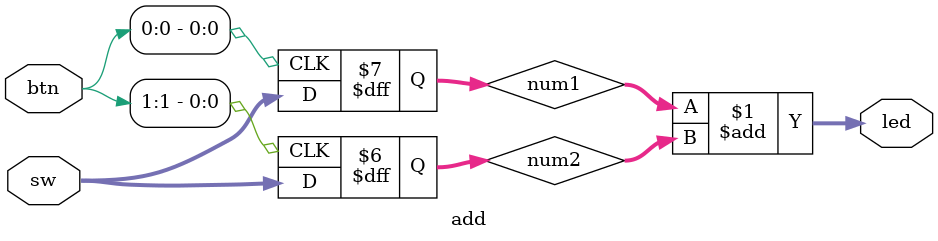
<source format=v>
module add(
         input [3:0] btn
        ,input [15:0] sw
        ,output [15:0] led
    );
    reg [15:0] num1 = 0;
    reg [15:0] num2 = 0;
    
    assign led = num1 + num2;
    
    always @(posedge btn[0])
    begin
        num1 <= sw;
    end
    always @(posedge btn[1])
    begin
        num2 <= sw;
    end
    
endmodule

</source>
